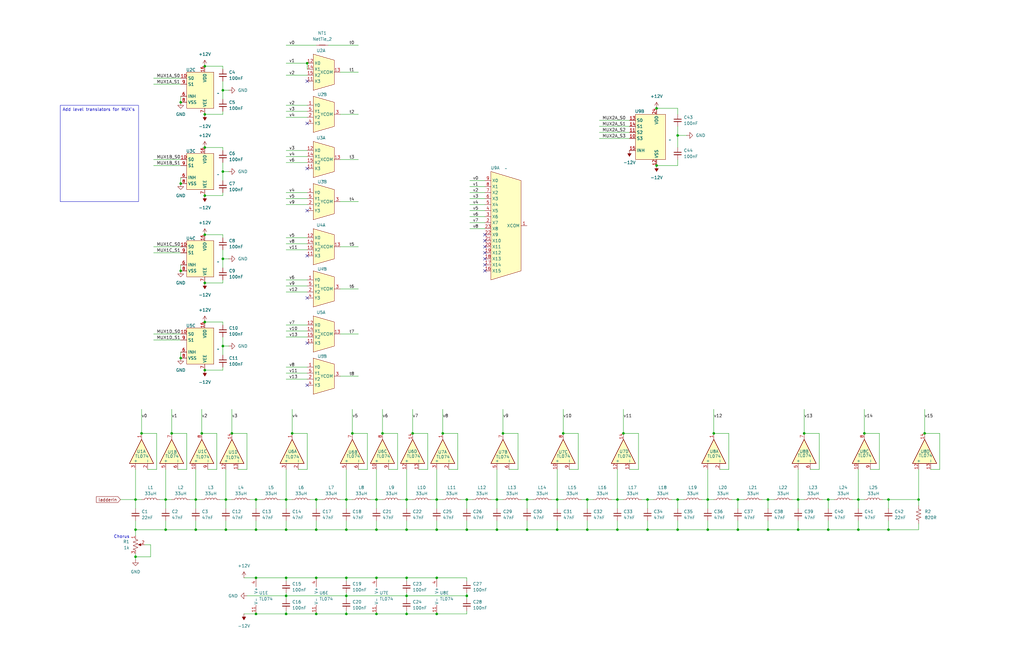
<source format=kicad_sch>
(kicad_sch (version 20231120) (generator "eeschema") (generator_version "8.0")
  (paper "USLedger")
  (junction (at 349.25 223.52))
  (junction (at 97.79 182.88))
  (junction (at 146.05 259.08))
  (junction (at 285.75 223.52))
  (junction (at 374.65 210.82))
  (junction (at 171.45 251.46))
  (junction (at 171.45 259.08))
  (junction (at 361.95 223.52))
  (junction (at 57.15 210.82))
  (junction (at 69.85 223.52))
  (junction (at 107.95 223.52))
  (junction (at 93.98 109.22))
  (junction (at 323.85 210.82))
  (junction (at 86.36 82.55))
  (junction (at 133.35 223.52))
  (junction (at 273.05 223.52))
  (junction (at 161.29 182.88))
  (junction (at 285.75 57.15))
  (junction (at 300.99 182.88))
  (junction (at 196.85 223.52))
  (junction (at 85.09 182.88))
  (junction (at 276.86 69.85))
  (junction (at 146.05 243.84))
  (junction (at 146.05 210.82))
  (junction (at 298.45 210.82))
  (junction (at 82.55 223.52))
  (junction (at 276.86 45.72))
  (junction (at 260.35 223.52))
  (junction (at 273.05 210.82))
  (junction (at 129.54 26.67))
  (junction (at 82.55 210.82))
  (junction (at 323.85 223.52))
  (junction (at 123.19 182.88))
  (junction (at 57.15 223.52))
  (junction (at 374.65 223.52))
  (junction (at 120.65 223.52))
  (junction (at 339.09 182.88))
  (junction (at 158.75 223.52))
  (junction (at 173.99 182.88))
  (junction (at 387.35 210.82))
  (junction (at 76.2 77.47))
  (junction (at 133.35 243.84))
  (junction (at 184.15 223.52))
  (junction (at 389.89 182.88))
  (junction (at 107.95 259.08))
  (junction (at 57.15 234.95))
  (junction (at 260.35 210.82))
  (junction (at 209.55 223.52))
  (junction (at 234.95 223.52))
  (junction (at 234.95 210.82))
  (junction (at 349.25 210.82))
  (junction (at 86.36 135.89))
  (junction (at 171.45 223.52))
  (junction (at 86.36 119.38))
  (junction (at 146.05 251.46))
  (junction (at 120.65 251.46))
  (junction (at 196.85 210.82))
  (junction (at 222.25 210.82))
  (junction (at 311.15 223.52))
  (junction (at 311.15 210.82))
  (junction (at 285.75 210.82))
  (junction (at 186.69 182.88))
  (junction (at 133.35 210.82))
  (junction (at 120.65 210.82))
  (junction (at 76.2 151.13))
  (junction (at 107.95 243.84))
  (junction (at 247.65 210.82))
  (junction (at 158.75 259.08))
  (junction (at 120.65 259.08))
  (junction (at 86.36 156.21))
  (junction (at 184.15 259.08))
  (junction (at 262.89 182.88))
  (junction (at 86.36 62.23))
  (junction (at 72.39 182.88))
  (junction (at 364.49 182.88))
  (junction (at 69.85 210.82))
  (junction (at 222.25 223.52))
  (junction (at 148.59 182.88))
  (junction (at 93.98 38.1))
  (junction (at 361.95 210.82))
  (junction (at 212.09 182.88))
  (junction (at 146.05 223.52))
  (junction (at 237.49 182.88))
  (junction (at 76.2 43.18))
  (junction (at 209.55 210.82))
  (junction (at 196.85 251.46))
  (junction (at 93.98 146.05))
  (junction (at 86.36 27.94))
  (junction (at 184.15 243.84))
  (junction (at 107.95 210.82))
  (junction (at 336.55 210.82))
  (junction (at 86.36 48.26))
  (junction (at 336.55 223.52))
  (junction (at 247.65 223.52))
  (junction (at 298.45 223.52))
  (junction (at 171.45 243.84))
  (junction (at 158.75 210.82))
  (junction (at 158.75 243.84))
  (junction (at 95.25 223.52))
  (junction (at 76.2 114.3))
  (junction (at 133.35 259.08))
  (junction (at 95.25 210.82))
  (junction (at 171.45 210.82))
  (junction (at 120.65 243.84))
  (junction (at 184.15 210.82))
  (junction (at 93.98 72.39))
  (junction (at 59.69 182.88))
  (junction (at 86.36 99.06))
  (no_connect (at 129.54 34.29))
  (no_connect (at 204.47 106.68))
  (no_connect (at 204.47 99.06))
  (no_connect (at 129.54 125.73))
  (no_connect (at 129.54 52.07))
  (no_connect (at 129.54 144.78))
  (no_connect (at 129.54 71.12))
  (no_connect (at 204.47 101.6))
  (no_connect (at 204.47 111.76))
  (no_connect (at 204.47 104.14))
  (no_connect (at 129.54 162.56))
  (no_connect (at 204.47 109.22))
  (no_connect (at 129.54 107.95))
  (no_connect (at 204.47 114.3))
  (no_connect (at 129.54 88.9))
  (wire (pts (xy 247.65 210.82) (xy 247.65 214.63)))
  (wire (pts (xy 64.77 33.02) (xy 76.2 33.02)))
  (wire (pts (xy 247.65 223.52) (xy 234.95 223.52)))
  (wire (pts (xy 93.98 109.22) (xy 93.98 113.03)))
  (wire (pts (xy 120.65 223.52) (xy 107.95 223.52)))
  (wire (pts (xy 120.65 46.99) (xy 129.54 46.99)))
  (wire (pts (xy 285.75 69.85) (xy 285.75 67.31)))
  (wire (pts (xy 171.45 251.46) (xy 171.45 252.73)))
  (wire (pts (xy 158.75 259.08) (xy 171.45 259.08)))
  (wire (pts (xy 95.25 223.52) (xy 82.55 223.52)))
  (wire (pts (xy 158.75 243.84) (xy 171.45 243.84)))
  (wire (pts (xy 60.96 229.87) (xy 63.5 229.87)))
  (wire (pts (xy 69.85 223.52) (xy 57.15 223.52)))
  (wire (pts (xy 93.98 46.99) (xy 93.98 48.26)))
  (wire (pts (xy 186.69 172.72) (xy 186.69 182.88)))
  (wire (pts (xy 171.45 198.12) (xy 171.45 210.82)))
  (wire (pts (xy 222.25 223.52) (xy 209.55 223.52)))
  (wire (pts (xy 95.25 219.71) (xy 95.25 223.52)))
  (wire (pts (xy 374.65 219.71) (xy 374.65 223.52)))
  (wire (pts (xy 80.01 210.82) (xy 82.55 210.82)))
  (wire (pts (xy 82.55 219.71) (xy 82.55 223.52)))
  (wire (pts (xy 387.35 210.82) (xy 387.35 213.36)))
  (wire (pts (xy 95.25 198.12) (xy 95.25 210.82)))
  (wire (pts (xy 93.98 118.11) (xy 93.98 119.38)))
  (wire (pts (xy 273.05 223.52) (xy 260.35 223.52)))
  (wire (pts (xy 120.65 210.82) (xy 123.19 210.82)))
  (wire (pts (xy 218.44 198.12) (xy 218.44 182.88)))
  (wire (pts (xy 64.77 143.51) (xy 76.2 143.51)))
  (wire (pts (xy 158.75 210.82) (xy 158.75 214.63)))
  (wire (pts (xy 129.54 198.12) (xy 129.54 182.88)))
  (wire (pts (xy 120.65 198.12) (xy 120.65 210.82)))
  (wire (pts (xy 176.53 198.12) (xy 180.34 198.12)))
  (wire (pts (xy 120.65 105.41) (xy 129.54 105.41)))
  (wire (pts (xy 198.12 88.9) (xy 204.47 88.9)))
  (wire (pts (xy 311.15 210.82) (xy 311.15 214.63)))
  (wire (pts (xy 171.45 219.71) (xy 171.45 223.52)))
  (wire (pts (xy 252.73 55.88) (xy 265.43 55.88)))
  (wire (pts (xy 57.15 198.12) (xy 57.15 210.82)))
  (wire (pts (xy 171.45 250.19) (xy 171.45 251.46)))
  (wire (pts (xy 133.35 243.84) (xy 146.05 243.84)))
  (wire (pts (xy 336.55 223.52) (xy 323.85 223.52)))
  (wire (pts (xy 69.85 198.12) (xy 69.85 210.82)))
  (wire (pts (xy 93.98 29.21) (xy 93.98 27.94)))
  (wire (pts (xy 396.24 182.88) (xy 389.89 182.88)))
  (wire (pts (xy 146.05 223.52) (xy 133.35 223.52)))
  (wire (pts (xy 133.35 219.71) (xy 133.35 223.52)))
  (wire (pts (xy 107.95 243.84) (xy 120.65 243.84)))
  (wire (pts (xy 146.05 243.84) (xy 158.75 243.84)))
  (wire (pts (xy 260.35 210.82) (xy 262.89 210.82)))
  (wire (pts (xy 189.23 198.12) (xy 193.04 198.12)))
  (wire (pts (xy 184.15 210.82) (xy 184.15 214.63)))
  (wire (pts (xy 180.34 182.88) (xy 173.99 182.88)))
  (wire (pts (xy 167.64 198.12) (xy 167.64 182.88)))
  (wire (pts (xy 120.65 139.7) (xy 129.54 139.7)))
  (wire (pts (xy 171.45 243.84) (xy 171.45 245.11)))
  (wire (pts (xy 93.98 146.05) (xy 93.98 149.86)))
  (wire (pts (xy 93.98 142.24) (xy 93.98 146.05)))
  (wire (pts (xy 156.21 210.82) (xy 158.75 210.82)))
  (wire (pts (xy 104.14 198.12) (xy 104.14 182.88)))
  (wire (pts (xy 339.09 182.88) (xy 345.44 182.88)))
  (wire (pts (xy 72.39 172.72) (xy 72.39 182.88)))
  (wire (pts (xy 67.31 210.82) (xy 69.85 210.82)))
  (wire (pts (xy 120.65 66.04) (xy 129.54 66.04)))
  (wire (pts (xy 86.36 62.23) (xy 93.98 62.23)))
  (wire (pts (xy 86.36 48.26) (xy 93.98 48.26)))
  (wire (pts (xy 262.89 172.72) (xy 262.89 182.88)))
  (wire (pts (xy 171.45 259.08) (xy 184.15 259.08)))
  (wire (pts (xy 78.74 198.12) (xy 78.74 182.88)))
  (wire (pts (xy 120.65 31.75) (xy 129.54 31.75)))
  (wire (pts (xy 222.25 210.82) (xy 222.25 214.63)))
  (wire (pts (xy 198.12 76.2) (xy 204.47 76.2)))
  (wire (pts (xy 323.85 210.82) (xy 323.85 214.63)))
  (wire (pts (xy 120.65 154.94) (xy 129.54 154.94)))
  (wire (pts (xy 93.98 109.22) (xy 96.52 109.22)))
  (wire (pts (xy 120.65 68.58) (xy 129.54 68.58)))
  (wire (pts (xy 240.03 198.12) (xy 243.84 198.12)))
  (wire (pts (xy 181.61 210.82) (xy 184.15 210.82)))
  (wire (pts (xy 234.95 223.52) (xy 222.25 223.52)))
  (wire (pts (xy 361.95 210.82) (xy 361.95 214.63)))
  (wire (pts (xy 146.05 198.12) (xy 146.05 210.82)))
  (wire (pts (xy 370.84 182.88) (xy 364.49 182.88)))
  (wire (pts (xy 209.55 210.82) (xy 209.55 214.63)))
  (wire (pts (xy 321.31 210.82) (xy 323.85 210.82)))
  (wire (pts (xy 269.24 182.88) (xy 262.89 182.88)))
  (wire (pts (xy 198.12 81.28) (xy 204.47 81.28)))
  (wire (pts (xy 163.83 198.12) (xy 167.64 198.12)))
  (wire (pts (xy 91.44 182.88) (xy 85.09 182.88)))
  (wire (pts (xy 120.65 123.19) (xy 129.54 123.19)))
  (wire (pts (xy 86.36 135.89) (xy 93.98 135.89)))
  (wire (pts (xy 57.15 234.95) (xy 57.15 236.22)))
  (wire (pts (xy 97.79 172.72) (xy 97.79 182.88)))
  (wire (pts (xy 374.65 223.52) (xy 361.95 223.52)))
  (wire (pts (xy 146.05 219.71) (xy 146.05 223.52)))
  (wire (pts (xy 171.45 223.52) (xy 158.75 223.52)))
  (wire (pts (xy 361.95 219.71) (xy 361.95 223.52)))
  (wire (pts (xy 336.55 219.71) (xy 336.55 223.52)))
  (wire (pts (xy 307.34 182.88) (xy 300.99 182.88)))
  (wire (pts (xy 370.84 198.12) (xy 370.84 182.88)))
  (wire (pts (xy 93.98 63.5) (xy 93.98 62.23)))
  (wire (pts (xy 260.35 219.71) (xy 260.35 223.52)))
  (wire (pts (xy 396.24 198.12) (xy 396.24 182.88)))
  (wire (pts (xy 123.19 172.72) (xy 123.19 182.88)))
  (wire (pts (xy 120.65 100.33) (xy 129.54 100.33)))
  (wire (pts (xy 308.61 210.82) (xy 311.15 210.82)))
  (wire (pts (xy 107.95 223.52) (xy 95.25 223.52)))
  (wire (pts (xy 387.35 223.52) (xy 374.65 223.52)))
  (wire (pts (xy 120.65 257.81) (xy 120.65 259.08)))
  (wire (pts (xy 146.05 251.46) (xy 146.05 252.73)))
  (wire (pts (xy 93.98 154.94) (xy 93.98 156.21)))
  (wire (pts (xy 295.91 210.82) (xy 298.45 210.82)))
  (wire (pts (xy 367.03 198.12) (xy 370.84 198.12)))
  (wire (pts (xy 64.77 104.14) (xy 76.2 104.14)))
  (wire (pts (xy 120.65 250.19) (xy 120.65 251.46)))
  (wire (pts (xy 138.43 19.05) (xy 151.13 19.05)))
  (wire (pts (xy 120.65 86.36) (xy 129.54 86.36)))
  (wire (pts (xy 247.65 219.71) (xy 247.65 223.52)))
  (wire (pts (xy 387.35 198.12) (xy 387.35 210.82)))
  (wire (pts (xy 104.14 251.46) (xy 120.65 251.46)))
  (wire (pts (xy 82.55 223.52) (xy 69.85 223.52)))
  (wire (pts (xy 107.95 210.82) (xy 110.49 210.82)))
  (wire (pts (xy 69.85 210.82) (xy 72.39 210.82)))
  (wire (pts (xy 374.65 210.82) (xy 374.65 214.63)))
  (wire (pts (xy 273.05 210.82) (xy 273.05 214.63)))
  (wire (pts (xy 252.73 50.8) (xy 265.43 50.8)))
  (wire (pts (xy 102.87 259.08) (xy 107.95 259.08)))
  (wire (pts (xy 123.19 182.88) (xy 129.54 182.88)))
  (wire (pts (xy 171.45 257.81) (xy 171.45 259.08)))
  (wire (pts (xy 171.45 251.46) (xy 196.85 251.46)))
  (wire (pts (xy 184.15 259.08) (xy 196.85 259.08)))
  (wire (pts (xy 336.55 210.82) (xy 339.09 210.82)))
  (wire (pts (xy 300.99 172.72) (xy 300.99 182.88)))
  (wire (pts (xy 387.35 220.98) (xy 387.35 223.52)))
  (wire (pts (xy 234.95 219.71) (xy 234.95 223.52)))
  (wire (pts (xy 120.65 63.5) (xy 129.54 63.5)))
  (wire (pts (xy 120.65 81.28) (xy 129.54 81.28)))
  (wire (pts (xy 64.77 106.68) (xy 76.2 106.68)))
  (wire (pts (xy 364.49 172.72) (xy 364.49 182.88)))
  (wire (pts (xy 120.65 49.53) (xy 129.54 49.53)))
  (wire (pts (xy 196.85 210.82) (xy 196.85 214.63)))
  (wire (pts (xy 93.98 38.1) (xy 96.52 38.1)))
  (wire (pts (xy 120.65 160.02) (xy 129.54 160.02)))
  (wire (pts (xy 57.15 233.68) (xy 57.15 234.95)))
  (wire (pts (xy 120.65 210.82) (xy 120.65 214.63)))
  (wire (pts (xy 285.75 57.15) (xy 285.75 62.23)))
  (wire (pts (xy 107.95 210.82) (xy 107.95 214.63)))
  (wire (pts (xy 143.51 48.26) (xy 151.13 48.26)))
  (wire (pts (xy 260.35 198.12) (xy 260.35 210.82)))
  (wire (pts (xy 93.98 100.33) (xy 93.98 99.06)))
  (wire (pts (xy 50.8 210.82) (xy 57.15 210.82)))
  (wire (pts (xy 62.23 198.12) (xy 66.04 198.12)))
  (wire (pts (xy 184.15 219.71) (xy 184.15 223.52)))
  (wire (pts (xy 298.45 210.82) (xy 300.99 210.82)))
  (wire (pts (xy 311.15 210.82) (xy 313.69 210.82)))
  (wire (pts (xy 184.15 198.12) (xy 184.15 210.82)))
  (wire (pts (xy 349.25 210.82) (xy 349.25 214.63)))
  (wire (pts (xy 285.75 210.82) (xy 285.75 214.63)))
  (wire (pts (xy 198.12 83.82) (xy 204.47 83.82)))
  (wire (pts (xy 120.65 219.71) (xy 120.65 223.52)))
  (wire (pts (xy 66.04 182.88) (xy 59.69 182.88)))
  (wire (pts (xy 212.09 172.72) (xy 212.09 182.88)))
  (wire (pts (xy 336.55 198.12) (xy 336.55 210.82)))
  (wire (pts (xy 307.34 198.12) (xy 307.34 182.88)))
  (wire (pts (xy 120.65 251.46) (xy 146.05 251.46)))
  (wire (pts (xy 171.45 243.84) (xy 184.15 243.84)))
  (wire (pts (xy 57.15 210.82) (xy 57.15 214.63)))
  (wire (pts (xy 285.75 53.34) (xy 285.75 57.15)))
  (wire (pts (xy 120.65 44.45) (xy 129.54 44.45)))
  (wire (pts (xy 234.95 210.82) (xy 237.49 210.82)))
  (wire (pts (xy 93.98 81.28) (xy 93.98 82.55)))
  (wire (pts (xy 120.65 137.16) (xy 129.54 137.16)))
  (wire (pts (xy 78.74 182.88) (xy 72.39 182.88)))
  (wire (pts (xy 120.65 118.11) (xy 129.54 118.11)))
  (wire (pts (xy 247.65 210.82) (xy 250.19 210.82)))
  (wire (pts (xy 93.98 34.29) (xy 93.98 38.1)))
  (wire (pts (xy 143.51 85.09) (xy 151.13 85.09)))
  (wire (pts (xy 323.85 219.71) (xy 323.85 223.52)))
  (wire (pts (xy 198.12 78.74) (xy 204.47 78.74)))
  (wire (pts (xy 207.01 210.82) (xy 209.55 210.82)))
  (wire (pts (xy 120.65 243.84) (xy 120.65 245.11)))
  (wire (pts (xy 133.35 210.82) (xy 133.35 214.63)))
  (wire (pts (xy 129.54 26.67) (xy 129.54 29.21)))
  (wire (pts (xy 93.98 146.05) (xy 96.52 146.05)))
  (wire (pts (xy 209.55 210.82) (xy 212.09 210.82)))
  (wire (pts (xy 143.51 104.14) (xy 151.13 104.14)))
  (wire (pts (xy 93.98 72.39) (xy 96.52 72.39)))
  (wire (pts (xy 76.2 74.93) (xy 76.2 77.47)))
  (wire (pts (xy 171.45 210.82) (xy 173.99 210.82)))
  (wire (pts (xy 93.98 137.16) (xy 93.98 135.89)))
  (wire (pts (xy 196.85 250.19) (xy 196.85 251.46)))
  (wire (pts (xy 59.69 172.72) (xy 59.69 182.88)))
  (wire (pts (xy 269.24 198.12) (xy 269.24 182.88)))
  (wire (pts (xy 214.63 198.12) (xy 218.44 198.12)))
  (wire (pts (xy 196.85 219.71) (xy 196.85 223.52)))
  (wire (pts (xy 323.85 210.82) (xy 326.39 210.82)))
  (wire (pts (xy 143.51 158.75) (xy 151.13 158.75)))
  (wire (pts (xy 95.25 210.82) (xy 97.79 210.82)))
  (wire (pts (xy 146.05 250.19) (xy 146.05 251.46)))
  (wire (pts (xy 252.73 53.34) (xy 265.43 53.34)))
  (wire (pts (xy 100.33 198.12) (xy 104.14 198.12)))
  (wire (pts (xy 361.95 210.82) (xy 364.49 210.82)))
  (wire (pts (xy 209.55 219.71) (xy 209.55 223.52)))
  (wire (pts (xy 167.64 182.88) (xy 161.29 182.88)))
  (wire (pts (xy 104.14 182.88) (xy 97.79 182.88)))
  (wire (pts (xy 82.55 198.12) (xy 82.55 210.82)))
  (wire (pts (xy 260.35 223.52) (xy 247.65 223.52)))
  (wire (pts (xy 158.75 219.71) (xy 158.75 223.52)))
  (wire (pts (xy 120.65 26.67) (xy 129.54 26.67)))
  (wire (pts (xy 105.41 210.82) (xy 107.95 210.82)))
  (wire (pts (xy 120.65 243.84) (xy 133.35 243.84)))
  (wire (pts (xy 194.31 210.82) (xy 196.85 210.82)))
  (wire (pts (xy 349.25 219.71) (xy 349.25 223.52)))
  (wire (pts (xy 184.15 223.52) (xy 171.45 223.52)))
  (wire (pts (xy 345.44 198.12) (xy 345.44 182.88)))
  (wire (pts (xy 86.36 119.38) (xy 93.98 119.38)))
  (wire (pts (xy 193.04 182.88) (xy 186.69 182.88)))
  (wire (pts (xy 158.75 198.12) (xy 158.75 210.82)))
  (wire (pts (xy 303.53 198.12) (xy 307.34 198.12)))
  (wire (pts (xy 196.85 257.81) (xy 196.85 259.08)))
  (wire (pts (xy 158.75 210.82) (xy 161.29 210.82)))
  (wire (pts (xy 341.63 198.12) (xy 345.44 198.12)))
  (wire (pts (xy 252.73 58.42) (xy 265.43 58.42)))
  (wire (pts (xy 389.89 172.72) (xy 389.89 182.88)))
  (wire (pts (xy 120.65 142.24) (xy 129.54 142.24)))
  (wire (pts (xy 133.35 259.08) (xy 146.05 259.08)))
  (wire (pts (xy 82.55 210.82) (xy 85.09 210.82)))
  (wire (pts (xy 209.55 223.52) (xy 196.85 223.52)))
  (wire (pts (xy 273.05 219.71) (xy 273.05 223.52)))
  (wire (pts (xy 120.65 83.82) (xy 129.54 83.82)))
  (wire (pts (xy 76.2 111.76) (xy 76.2 114.3)))
  (wire (pts (xy 125.73 198.12) (xy 129.54 198.12)))
  (wire (pts (xy 120.65 157.48) (xy 129.54 157.48)))
  (wire (pts (xy 154.94 182.88) (xy 148.59 182.88)))
  (wire (pts (xy 161.29 172.72) (xy 161.29 182.88)))
  (wire (pts (xy 372.11 210.82) (xy 374.65 210.82)))
  (wire (pts (xy 196.85 223.52) (xy 184.15 223.52)))
  (wire (pts (xy 193.04 198.12) (xy 193.04 182.88)))
  (wire (pts (xy 349.25 210.82) (xy 351.79 210.82)))
  (wire (pts (xy 146.05 210.82) (xy 146.05 214.63)))
  (wire (pts (xy 171.45 210.82) (xy 171.45 214.63)))
  (wire (pts (xy 234.95 198.12) (xy 234.95 210.82)))
  (wire (pts (xy 146.05 257.81) (xy 146.05 259.08)))
  (wire (pts (xy 237.49 172.72) (xy 237.49 182.88)))
  (wire (pts (xy 196.85 243.84) (xy 184.15 243.84)))
  (wire (pts (xy 120.65 120.65) (xy 129.54 120.65)))
  (wire (pts (xy 158.75 223.52) (xy 146.05 223.52)))
  (wire (pts (xy 311.15 219.71) (xy 311.15 223.52)))
  (wire (pts (xy 82.55 210.82) (xy 82.55 214.63)))
  (wire (pts (xy 392.43 198.12) (xy 396.24 198.12)))
  (wire (pts (xy 118.11 210.82) (xy 120.65 210.82)))
  (wire (pts (xy 64.77 35.56) (xy 76.2 35.56)))
  (wire (pts (xy 64.77 140.97) (xy 76.2 140.97)))
  (wire (pts (xy 232.41 210.82) (xy 234.95 210.82)))
  (wire (pts (xy 95.25 210.82) (xy 95.25 214.63)))
  (wire (pts (xy 92.71 210.82) (xy 95.25 210.82)))
  (wire (pts (xy 265.43 198.12) (xy 269.24 198.12)))
  (wire (pts (xy 298.45 219.71) (xy 298.45 223.52)))
  (wire (pts (xy 276.86 69.85) (xy 285.75 69.85)))
  (wire (pts (xy 93.98 72.39) (xy 93.98 76.2)))
  (wire (pts (xy 143.51 67.31) (xy 151.13 67.31)))
  (wire (pts (xy 91.44 198.12) (xy 91.44 182.88)))
  (wire (pts (xy 257.81 210.82) (xy 260.35 210.82)))
  (wire (pts (xy 151.13 198.12) (xy 154.94 198.12)))
  (wire (pts (xy 260.35 210.82) (xy 260.35 214.63)))
  (wire (pts (xy 339.09 172.72) (xy 339.09 182.88)))
  (wire (pts (xy 120.65 259.08) (xy 133.35 259.08)))
  (wire (pts (xy 133.35 223.52) (xy 120.65 223.52)))
  (wire (pts (xy 359.41 210.82) (xy 361.95 210.82)))
  (wire (pts (xy 218.44 182.88) (xy 212.09 182.88)))
  (wire (pts (xy 76.2 40.64) (xy 76.2 43.18)))
  (wire (pts (xy 273.05 210.82) (xy 275.59 210.82)))
  (wire (pts (xy 243.84 182.88) (xy 237.49 182.88)))
  (wire (pts (xy 69.85 210.82) (xy 69.85 214.63)))
  (wire (pts (xy 86.36 27.94) (xy 93.98 27.94)))
  (wire (pts (xy 374.65 210.82) (xy 387.35 210.82)))
  (wire (pts (xy 74.93 198.12) (xy 78.74 198.12)))
  (wire (pts (xy 69.85 219.71) (xy 69.85 223.52)))
  (wire (pts (xy 143.51 121.92) (xy 151.13 121.92)))
  (wire (pts (xy 336.55 210.82) (xy 336.55 214.63)))
  (wire (pts (xy 102.87 243.84) (xy 107.95 243.84)))
  (wire (pts (xy 143.51 140.97) (xy 151.13 140.97)))
  (wire (pts (xy 64.77 67.31) (xy 76.2 67.31)))
  (wire (pts (xy 222.25 219.71) (xy 222.25 223.52)))
  (wire (pts (xy 120.65 102.87) (xy 129.54 102.87)))
  (wire (pts (xy 323.85 223.52) (xy 311.15 223.52)))
  (wire (pts (xy 76.2 148.59) (xy 76.2 151.13)))
  (wire (pts (xy 57.15 223.52) (xy 57.15 226.06)))
  (wire (pts (xy 120.65 19.05) (xy 133.35 19.05)))
  (wire (pts (xy 146.05 243.84) (xy 146.05 245.11)))
  (wire (pts (xy 298.45 223.52) (xy 285.75 223.52)))
  (wire (pts (xy 107.95 259.08) (xy 120.65 259.08)))
  (wire (pts (xy 198.12 96.52) (xy 204.47 96.52)))
  (wire (pts (xy 59.69 210.82) (xy 57.15 210.82)))
  (wire (pts (xy 196.85 245.11) (xy 196.85 243.84)))
  (wire (pts (xy 285.75 48.26) (xy 285.75 45.72)))
  (wire (pts (xy 298.45 198.12) (xy 298.45 210.82)))
  (wire (pts (xy 85.09 172.72) (xy 85.09 182.88)))
  (wire (pts (xy 184.15 210.82) (xy 186.69 210.82)))
  (wire (pts (xy 209.55 198.12) (xy 209.55 210.82)))
  (wire (pts (xy 64.77 69.85) (xy 76.2 69.85)))
  (wire (pts (xy 276.86 45.72) (xy 285.75 45.72)))
  (wire (pts (xy 196.85 210.82) (xy 199.39 210.82)))
  (wire (pts (xy 285.75 210.82) (xy 288.29 210.82)))
  (wire (pts (xy 143.51 30.48) (xy 151.13 30.48)))
  (wire (pts (xy 196.85 251.46) (xy 196.85 252.73)))
  (wire (pts (xy 346.71 210.82) (xy 349.25 210.82)))
  (wire (pts (xy 93.98 38.1) (xy 93.98 41.91)))
  (wire (pts (xy 63.5 229.87) (xy 63.5 234.95)))
  (wire (pts (xy 285.75 57.15) (xy 289.56 57.15)))
  (wire (pts (xy 93.98 68.58) (xy 93.98 72.39)))
  (wire (pts (xy 148.59 172.72) (xy 148.59 182.88)))
  (wire (pts (xy 146.05 251.46) (xy 171.45 251.46)))
  (wire (pts (xy 93.98 105.41) (xy 93.98 109.22)))
  (wire (pts (xy 86.36 82.55) (xy 93.98 82.55)))
  (wire (pts (xy 120.65 251.46) (xy 120.65 252.73)))
  (wire (pts (xy 146.05 210.82) (xy 148.59 210.82)))
  (wire (pts (xy 222.25 210.82) (xy 224.79 210.82)))
  (wire (pts (xy 349.25 223.52) (xy 336.55 223.52)))
  (wire (pts (xy 285.75 219.71) (xy 285.75 223.52)))
  (wire (pts (xy 57.15 223.52) (xy 57.15 219.71)))
  (wire (pts (xy 198.12 93.98) (xy 204.47 93.98)))
  (wire (pts (xy 198.12 91.44) (xy 204.47 91.44)))
  (wire (pts (xy 219.71 210.82) (xy 222.25 210.82)))
  (wire (pts (xy 198.12 86.36) (xy 204.47 86.36)))
  (wire (pts (xy 168.91 210.82) (xy 171.45 210.82)))
  (wire (pts (xy 133.35 210.82) (xy 135.89 210.82)))
  (wire (pts (xy 130.81 210.82) (xy 133.35 210.82)))
  (wire (pts (xy 283.21 210.82) (xy 285.75 210.82)))
  (wire (pts (xy 86.36 156.21) (xy 93.98 156.21)))
  (wire (pts (xy 285.75 223.52) (xy 273.05 223.52)))
  (wire (pts (xy 63.5 234.95) (xy 57.15 234.95)))
  (wire (pts (xy 245.11 210.82) (xy 247.65 210.82)))
  (wire (pts (xy 107.95 219.71) (xy 107.95 223.52)))
  (wire (pts (xy 143.51 210.82) (xy 146.05 210.82)))
  (wire (pts (xy 146.05 259.08) (xy 158.75 259.08)))
  (wire (pts (xy 173.99 172.72) (xy 173.99 182.88)))
  (wire (pts (xy 361.95 198.12) (xy 361.95 210.82)))
  (wire (pts (xy 361.95 223.52) (xy 349.25 223.52)))
  (wire (pts (xy 154.94 198.12) (xy 154.94 182.88)))
  (wire (pts (xy 234.95 210.82) (xy 234.95 214.63)))
  (wire (pts (xy 270.51 210.82) (xy 273.05 210.82)))
  (wire (pts (xy 87.63 198.12) (xy 91.44 198.12)))
  (wire (pts (xy 66.04 198.12) (xy 66.04 182.88)))
  (wire (pts (xy 334.01 210.82) (xy 336.55 210.82)))
  (wire (pts (xy 180.34 198.12) (xy 180.34 182.88)))
  (wire (pts (xy 243.84 198.12) (xy 243.84 182.88)))
  (wire (pts (xy 298.45 210.82) (xy 298.45 214.63)))
  (wire (pts (xy 86.36 99.06) (xy 93.98 99.06)))
  (wire (pts (xy 311.15 223.52) (xy 298.45 223.52)))
  (text_box "Add level translators for MUX's" (at 25.4 44.45 0) (size 33.02 40.64) (effects (font (size 1.27 1.27)) (justify left top)))
  (text "Chorus" (at 51.308 226.568 0) (effects (font (size 1.27 1.27))))
  (label "v0" (at 199.39 76.2 0))
  (label "MUX1B_S1" (at 66.04 69.85 0))
  (label "v4" (at 123.19 176.53 0))
  (label "v13" (at 121.92 142.24 0))
  (label "MUX1B_S0" (at 66.04 67.31 0))
  (label "t7" (at 147.32 140.97 0))
  (label "MUX1D_S1" (at 66.04 143.51 0))
  (label "v6" (at 121.92 68.58 0))
  (label "v0" (at 121.92 19.05 0))
  (label "MUX1A_S1" (at 66.04 35.56 0))
  (label "MUX2A_S3" (at 254 58.42 0))
  (label "v11" (at 121.92 105.41 0))
  (label "v9" (at 212.09 176.53 0))
  (label "t4" (at 147.32 85.09 0))
  (label "MUX1C_S0" (at 66.04 104.14 0))
  (label "v4" (at 121.92 81.28 0))
  (label "v5" (at 148.59 176.53 0))
  (label "MUX2A_S1" (at 254 53.34 0))
  (label "v6" (at 199.39 91.44 0))
  (label "v9" (at 121.92 120.65 0))
  (label "v2" (at 121.92 44.45 0))
  (label "v1" (at 199.39 78.74 0))
  (label "v7" (at 199.39 93.98 0))
  (label "v2" (at 121.92 31.75 0))
  (label "v3" (at 121.92 46.99 0))
  (label "t5" (at 147.32 104.14 0))
  (label "v3" (at 97.79 176.53 0))
  (label "v8" (at 186.69 176.53 0))
  (label "v10" (at 237.49 176.53 0))
  (label "v4" (at 199.39 86.36 0))
  (label "v8" (at 121.92 154.94 0))
  (label "v11" (at 262.89 176.53 0))
  (label "v1" (at 121.92 26.67 0))
  (label "v7" (at 121.92 137.16 0))
  (label "MUX1D_S0" (at 66.04 140.97 0))
  (label "v6" (at 121.92 118.11 0))
  (label "v4" (at 121.92 49.53 0))
  (label "v5" (at 121.92 100.33 0))
  (label "v3" (at 121.92 63.5 0))
  (label "v8" (at 199.39 96.52 0))
  (label "MUX2A_S2" (at 254 55.88 0))
  (label "v10" (at 121.92 139.7 0))
  (label "v9" (at 121.92 86.36 0))
  (label "v8" (at 121.92 102.87 0))
  (label "v15" (at 389.89 176.53 0))
  (label "MUX1C_S1" (at 66.04 106.68 0))
  (label "t2" (at 147.32 48.26 0))
  (label "v13" (at 121.92 160.02 0))
  (label "t8" (at 147.32 158.75 0))
  (label "v4" (at 121.92 66.04 0))
  (label "v5" (at 199.39 88.9 0))
  (label "v14" (at 364.49 176.53 0))
  (label "v0" (at 59.69 176.53 0))
  (label "t3" (at 147.32 67.31 0))
  (label "v12" (at 121.92 123.19 0))
  (label "v6" (at 161.29 176.53 0))
  (label "v12" (at 300.99 176.53 0))
  (label "t1" (at 147.32 30.48 0))
  (label "MUX1A_S0" (at 66.04 33.02 0))
  (label "v7" (at 173.99 176.53 0))
  (label "v3" (at 199.39 83.82 0))
  (label "v1" (at 72.39 176.53 0))
  (label "t0" (at 147.32 19.05 0))
  (label "v2" (at 85.09 176.53 0))
  (label "v2" (at 199.39 81.28 0))
  (label "v11" (at 121.92 157.48 0))
  (label "v13" (at 339.09 176.53 0))
  (label "v5" (at 121.92 83.82 0))
  (label "t6" (at 147.32 121.92 0))
  (label "MUX2A_S0" (at 254 50.8 0))
  (global_label "ladderIn" (shape input) (at 50.8 210.82 180) (property "Intersheetrefs" "${INTERSHEET_REFS}" (effects (hide yes))))
  (symbol (lib_id "Device:C_Small") (at 273.05 217.17 0) (unit 1)
    (property "Reference" "C34" (at 275.59 215.9062 0) (effects (justify left)))
    (property "Value" "47nF" (at 275.59 218.4462 0) (effects (justify left)))
    (property "Description" "Unpolarized capacitor, small symbol" (effects (hide yes)))
  )
  (symbol (lib_id "Device:C_Small") (at 120.65 255.27 0) (unit 1)
    (property "Reference" "C16" (at 123.19 254.0062 0) (effects (justify left)))
    (property "Value" "100nF" (at 123.19 256.5462 0) (effects (justify left)))
    (property "Description" "Unpolarized capacitor, small symbol" (effects (hide yes)))
  )
  (symbol (lib_id "Amplifier_Operational:TL074") (at 212.09 190.5 90) (unit 2)
    (property "Reference" "U7" (at 210.058 190.754 90) (effects (justify right)))
    (property "Value" "TL074" (at 209.042 192.786 90) (effects (justify right)))
    (property "Datasheet" "http://www.ti.com/lit/ds/symlink/tl071.pdf" (effects (hide yes)))
    (property "Description" "Quad Low-Noise JFET-Input Operational Amplifiers, DIP-14/SOIC-14" (effects (hide yes)))
  )
  (symbol (lib_id "OspreyIntruments:CD4052") (at 132.08 85.09 0) (unit 2)
    (property "Reference" "U3" (at 135.89 76.708 0))
    (property "Value" "~" (at 136.525 76.2 0))
  )
  (symbol (lib_id "Device:C_Small") (at 184.15 217.17 0) (unit 1)
    (property "Reference" "C25" (at 186.69 215.9062 0) (effects (justify left)))
    (property "Value" "47nF" (at 186.69 218.4462 0) (effects (justify left)))
    (property "Description" "Unpolarized capacitor, small symbol" (effects (hide yes)))
  )
  (symbol (lib_id "power:-12V") (at 102.87 259.08 180) (unit 1)
    (property "Reference" "#PWR019" (effects (hide yes)))
    (property "Value" "-12V" (at 102.87 264.16 0))
    (property "Description" "Power symbol creates a global label with name \"-12V\"" (effects (hide yes)))
  )
  (symbol (lib_id "power:-12V") (at 276.86 69.85 180) (unit 1)
    (property "Reference" "#PWR022" (effects (hide yes)))
    (property "Value" "-12V" (at 276.86 74.93 0))
    (property "Description" "Power symbol creates a global label with name \"-12V\"" (effects (hide yes)))
  )
  (symbol (lib_id "OspreyIntruments:CD4052") (at 78.74 38.1 0) (unit 3)
    (property "Reference" "U2" (at 78.486 29.464 0) (effects (justify left)))
    (property "Value" "~" (at 91.44 39.37 0) (effects (justify left)))
  )
  (symbol (lib_id "Device:C_Small") (at 146.05 247.65 0) (unit 1)
    (property "Reference" "C19" (at 148.59 246.3862 0) (effects (justify left)))
    (property "Value" "100nF" (at 148.59 248.9262 0) (effects (justify left)))
    (property "Description" "Unpolarized capacitor, small symbol" (effects (hide yes)))
  )
  (symbol (lib_id "Amplifier_Operational:TL074") (at 186.69 190.5 90) (unit 1)
    (property "Reference" "U7" (at 184.658 190.754 90) (effects (justify right)))
    (property "Value" "TL074" (at 183.896 192.786 90) (effects (justify right)))
    (property "Datasheet" "http://www.ti.com/lit/ds/symlink/tl071.pdf" (effects (hide yes)))
    (property "Description" "Quad Low-Noise JFET-Input Operational Amplifiers, DIP-14/SOIC-14" (effects (hide yes)))
  )
  (symbol (lib_id "OspreyIntruments:CD4052") (at 132.08 30.48 0) (unit 1)
    (property "Reference" "U2" (at 135.382 21.336 0))
    (property "Value" "~" (at 136.525 21.59 0))
  )
  (symbol (lib_id "power:+12V") (at 86.36 135.89 0) (unit 1)
    (property "Reference" "#PWR012" (effects (hide yes)))
    (property "Value" "+12V" (at 86.36 130.81 0))
    (property "Description" "Power symbol creates a global label with name \"+12V\"" (effects (hide yes)))
  )
  (symbol (lib_id "Device:L") (at 342.9 210.82 90) (unit 1)
    (property "Reference" "L23" (at 342.9 205.74 90))
    (property "Value" "33uH" (at 342.9 208.28 90))
    (property "Description" "Inductor" (effects (hide yes)))
  )
  (symbol (lib_id "Device:L") (at 63.5 210.82 90) (unit 1)
    (property "Reference" "L1" (at 63.5 205.74 90))
    (property "Value" "33uH" (at 63.5 208.28 90))
    (property "Description" "Inductor" (effects (hide yes)))
  )
  (symbol (lib_id "Device:C_Small") (at 93.98 139.7 0) (unit 1)
    (property "Reference" "C10" (at 96.52 138.4362 0) (effects (justify left)))
    (property "Value" "100nF" (at 96.52 140.9762 0) (effects (justify left)))
    (property "Description" "Unpolarized capacitor, small symbol" (effects (hide yes)))
  )
  (symbol (lib_id "Amplifier_Operational:TL074") (at 186.69 251.46 0) (unit 5)
    (property "Reference" "U8" (at 185.42 250.1899 0) (effects (justify left)))
    (property "Value" "TL074" (at 185.42 252.7299 0) (effects (justify left)))
    (property "Datasheet" "http://www.ti.com/lit/ds/symlink/tl071.pdf" (effects (hide yes)))
    (property "Description" "Quad Low-Noise JFET-Input Operational Amplifiers, DIP-14/SOIC-14" (effects (hide yes)))
  )
  (symbol (lib_id "Device:C_Small") (at 171.45 247.65 0) (unit 1)
    (property "Reference" "C23" (at 173.99 246.3862 0) (effects (justify left)))
    (property "Value" "100nF" (at 173.99 248.9262 0) (effects (justify left)))
    (property "Description" "Unpolarized capacitor, small symbol" (effects (hide yes)))
  )
  (symbol (lib_id "Amplifier_Operational:TL074") (at 173.99 190.5 90) (unit 4)
    (property "Reference" "U6" (at 171.958 190.5 90) (effects (justify right)))
    (property "Value" "TL074" (at 171.45 192.532 90) (effects (justify right)))
    (property "Datasheet" "http://www.ti.com/lit/ds/symlink/tl071.pdf" (effects (hide yes)))
    (property "Description" "Quad Low-Noise JFET-Input Operational Amplifiers, DIP-14/SOIC-14" (effects (hide yes)))
  )
  (symbol (lib_id "Amplifier_Operational:TL074") (at 59.69 190.5 90) (unit 1)
    (property "Reference" "U1" (at 57.658 190.5 90) (effects (justify right)))
    (property "Value" "TL074" (at 56.896 192.532 90) (effects (justify right)))
    (property "Datasheet" "http://www.ti.com/lit/ds/symlink/tl071.pdf" (effects (hide yes)))
    (property "Description" "Quad Low-Noise JFET-Input Operational Amplifiers, DIP-14/SOIC-14" (effects (hide yes)))
  )
  (symbol (lib_id "Amplifier_Operational:TL074") (at 72.39 190.5 90) (unit 2)
    (property "Reference" "U1" (at 70.612 190.754 90) (effects (justify right)))
    (property "Value" "TL074" (at 69.596 192.532 90) (effects (justify right)))
    (property "Datasheet" "http://www.ti.com/lit/ds/symlink/tl071.pdf" (effects (hide yes)))
    (property "Description" "Quad Low-Noise JFET-Input Operational Amplifiers, DIP-14/SOIC-14" (effects (hide yes)))
  )
  (symbol (lib_id "OspreyIntruments:CD4052") (at 78.74 146.05 0) (unit 3)
    (property "Reference" "U5" (at 78.486 137.414 0) (effects (justify left)))
    (property "Value" "~" (at 91.44 147.32 0) (effects (justify left)))
  )
  (symbol (lib_id "Device:NetTie_2") (at 135.89 19.05 0) (unit 1) (in_bom no)
    (property "Reference" "NT1" (at 135.89 13.97 0))
    (property "Value" "NetTie_2" (at 135.89 16.51 0))
    (property "Description" "Net tie, 2 pins" (effects (hide yes)))
  )
  (symbol (lib_id "Device:C_Small") (at 285.75 50.8 0) (unit 1)
    (property "Reference" "C43" (at 288.29 49.5362 0) (effects (justify left)))
    (property "Value" "100nF" (at 288.29 52.0762 0) (effects (justify left)))
    (property "Description" "Unpolarized capacitor, small symbol" (effects (hide yes)))
  )
  (symbol (lib_id "Device:C_Small") (at 57.15 217.17 0) (unit 1)
    (property "Reference" "C1" (at 59.69 215.9062 0) (effects (justify left)))
    (property "Value" "22nF" (at 59.69 218.4462 0) (effects (justify left)))
    (property "Description" "Unpolarized capacitor, small symbol" (effects (hide yes)))
  )
  (symbol (lib_id "power:+12V") (at 86.36 27.94 0) (unit 1)
    (property "Reference" "#PWR06" (effects (hide yes)))
    (property "Value" "+12V" (at 86.36 22.86 0))
    (property "Description" "Power symbol creates a global label with name \"+12V\"" (effects (hide yes)))
  )
  (symbol (lib_id "Device:L") (at 139.7 210.82 90) (unit 1)
    (property "Reference" "L7" (at 139.7 205.74 90))
    (property "Value" "33uH" (at 139.7 208.28 90))
    (property "Description" "Inductor" (effects (hide yes)))
  )
  (symbol (lib_id "Device:L") (at 330.2 210.82 90) (unit 1)
    (property "Reference" "L22" (at 330.2 205.74 90))
    (property "Value" "33uH" (at 330.2 208.28 90))
    (property "Description" "Inductor" (effects (hide yes)))
  )
  (symbol (lib_id "Device:C_Small") (at 285.75 217.17 0) (unit 1)
    (property "Reference" "C35" (at 288.29 215.9062 0) (effects (justify left)))
    (property "Value" "47nF" (at 288.29 218.4462 0) (effects (justify left)))
    (property "Description" "Unpolarized capacitor, small symbol" (effects (hide yes)))
  )
  (symbol (lib_id "OspreyIntruments:CD4052") (at 132.08 140.97 0) (unit 1)
    (property "Reference" "U5" (at 135.382 131.826 0))
    (property "Value" "~" (at 136.525 132.08 0))
  )
  (symbol (lib_id "Device:C_Small") (at 158.75 217.17 0) (unit 1)
    (property "Reference" "C21" (at 161.29 215.9062 0) (effects (justify left)))
    (property "Value" "47nF" (at 161.29 218.4462 0) (effects (justify left)))
    (property "Description" "Unpolarized capacitor, small symbol" (effects (hide yes)))
  )
  (symbol (lib_id "Device:L") (at 114.3 210.82 90) (unit 1)
    (property "Reference" "L5" (at 114.3 205.74 90))
    (property "Value" "33uH" (at 114.3 208.28 90))
    (property "Description" "Inductor" (effects (hide yes)))
  )
  (symbol (lib_id "Device:L") (at 254 210.82 90) (unit 1)
    (property "Reference" "L16" (at 254 205.74 90))
    (property "Value" "33uH" (at 254 208.28 90))
    (property "Description" "Inductor" (effects (hide yes)))
  )
  (symbol (lib_id "Device:C_Small") (at 196.85 255.27 0) (unit 1)
    (property "Reference" "C28" (at 199.39 254.0062 0) (effects (justify left)))
    (property "Value" "100nF" (at 199.39 256.5462 0) (effects (justify left)))
    (property "Description" "Unpolarized capacitor, small symbol" (effects (hide yes)))
  )
  (symbol (lib_id "power:GND") (at 76.2 114.3 0) (unit 1)
    (property "Reference" "#PWR04" (effects (hide yes)))
    (property "Value" "GND" (at 76.2 119.38 0))
    (property "Description" "Power symbol creates a global label with name \"GND\" , ground" (effects (hide yes)))
  )
  (symbol (lib_id "power:+12V") (at 276.86 45.72 0) (unit 1)
    (property "Reference" "#PWR021" (effects (hide yes)))
    (property "Value" "+12V" (at 276.86 40.64 0))
    (property "Description" "Power symbol creates a global label with name \"+12V\"" (effects (hide yes)))
  )
  (symbol (lib_id "Device:C_Small") (at 336.55 217.17 0) (unit 1)
    (property "Reference" "C39" (at 339.09 215.9062 0) (effects (justify left)))
    (property "Value" "47nF" (at 339.09 218.4462 0) (effects (justify left)))
    (property "Description" "Unpolarized capacitor, small symbol" (effects (hide yes)))
  )
  (symbol (lib_id "Amplifier_Operational:TL074") (at 300.99 190.5 90) (unit 1)
    (property "Reference" "U8" (at 299.212 190.5 90) (effects (justify right)))
    (property "Value" "TL074" (at 298.196 192.532 90) (effects (justify right)))
    (property "Datasheet" "http://www.ti.com/lit/ds/symlink/tl071.pdf" (effects (hide yes)))
    (property "Description" "Quad Low-Noise JFET-Input Operational Amplifiers, DIP-14/SOIC-14" (effects (hide yes)))
  )
  (symbol (lib_id "Device:L") (at 304.8 210.82 90) (unit 1)
    (property "Reference" "L20" (at 304.8 205.74 90))
    (property "Value" "33uH" (at 304.8 208.28 90))
    (property "Description" "Inductor" (effects (hide yes)))
  )
  (symbol (lib_id "OspreyIntruments:CD4052") (at 132.08 67.31 0) (unit 1)
    (property "Reference" "U3" (at 135.382 58.166 0))
    (property "Value" "~" (at 136.525 58.42 0))
  )
  (symbol (lib_id "Amplifier_Operational:TL074") (at 339.09 190.5 90) (unit 2)
    (property "Reference" "U8" (at 337.058 190.5 90) (effects (justify right)))
    (property "Value" "TL074" (at 336.296 192.278 90) (effects (justify right)))
    (property "Datasheet" "http://www.ti.com/lit/ds/symlink/tl071.pdf" (effects (hide yes)))
    (property "Description" "Quad Low-Noise JFET-Input Operational Amplifiers, DIP-14/SOIC-14" (effects (hide yes)))
  )
  (symbol (lib_id "OspreyIntruments:CD4052") (at 78.74 72.39 0) (unit 3)
    (property "Reference" "U3" (at 78.486 63.754 0) (effects (justify left)))
    (property "Value" "~" (at 91.44 73.66 0) (effects (justify left)))
  )
  (symbol (lib_id "power:GND") (at 104.14 251.46 270) (unit 1)
    (property "Reference" "#PWR020" (effects (hide yes)))
    (property "Value" "GND" (at 100.33 251.4599 90) (effects (justify right)))
    (property "Description" "Power symbol creates a global label with name \"GND\" , ground" (effects (hide yes)))
  )
  (symbol (lib_id "power:-12V") (at 86.36 48.26 180) (unit 1)
    (property "Reference" "#PWR07" (effects (hide yes)))
    (property "Value" "-12V" (at 86.36 53.34 0))
    (property "Description" "Power symbol creates a global label with name \"-12V\"" (effects (hide yes)))
  )
  (symbol (lib_id "Device:C_Small") (at 349.25 217.17 0) (unit 1)
    (property "Reference" "C40" (at 351.79 215.9062 0) (effects (justify left)))
    (property "Value" "47nF" (at 351.79 218.4462 0) (effects (justify left)))
    (property "Description" "Unpolarized capacitor, small symbol" (effects (hide yes)))
  )
  (symbol (lib_id "Device:L") (at 88.9 210.82 90) (unit 1)
    (property "Reference" "L3" (at 88.9 205.74 90))
    (property "Value" "33uH" (at 88.9 208.28 90))
    (property "Description" "Inductor" (effects (hide yes)))
  )
  (symbol (lib_id "OspreyIntruments:CD4067") (at 267.97 71.12 0) (unit 2)
    (property "Reference" "U9" (at 267.716 46.99 0) (effects (justify left)))
    (property "Value" "~" (at 281.94 59.055 0) (effects (justify left)))
  )
  (symbol (lib_id "Amplifier_Operational:TL074") (at 364.49 190.5 90) (unit 3)
    (property "Reference" "U8" (at 362.458 190.5 90) (effects (justify right)))
    (property "Value" "TL074" (at 361.696 192.278 90) (effects (justify right)))
    (property "Datasheet" "http://www.ti.com/lit/ds/symlink/tl071.pdf" (effects (hide yes)))
    (property "Description" "Quad Low-Noise JFET-Input Operational Amplifiers, DIP-14/SOIC-14" (effects (hide yes)))
  )
  (symbol (lib_id "power:GND") (at 76.2 77.47 0) (unit 1)
    (property "Reference" "#PWR03" (effects (hide yes)))
    (property "Value" "GND" (at 76.2 82.55 0))
    (property "Description" "Power symbol creates a global label with name \"GND\" , ground" (effects (hide yes)))
  )
  (symbol (lib_id "OspreyIntruments:CD4052") (at 132.08 121.92 0) (unit 2)
    (property "Reference" "U4" (at 135.89 113.538 0))
    (property "Value" "~" (at 136.525 113.03 0))
  )
  (symbol (lib_id "Device:C_Small") (at 361.95 217.17 0) (unit 1)
    (property "Reference" "C41" (at 364.49 215.9062 0) (effects (justify left)))
    (property "Value" "47nF" (at 364.49 218.4462 0) (effects (justify left)))
    (property "Description" "Unpolarized capacitor, small symbol" (effects (hide yes)))
  )
  (symbol (lib_id "Device:C_Small") (at 323.85 217.17 0) (unit 1)
    (property "Reference" "C38" (at 326.39 215.9062 0) (effects (justify left)))
    (property "Value" "47nF" (at 326.39 218.4462 0) (effects (justify left)))
    (property "Description" "Unpolarized capacitor, small symbol" (effects (hide yes)))
  )
  (symbol (lib_id "Device:L") (at 241.3 210.82 90) (unit 1)
    (property "Reference" "L15" (at 241.3 205.74 90))
    (property "Value" "33uH" (at 241.3 208.28 90))
    (property "Description" "Inductor" (effects (hide yes)))
  )
  (symbol (lib_id "OspreyIntruments:CD4052") (at 132.08 104.14 0) (unit 1)
    (property "Reference" "U4" (at 135.382 94.996 0))
    (property "Value" "~" (at 136.525 95.25 0))
  )
  (symbol (lib_id "Device:C_Small") (at 260.35 217.17 0) (unit 1)
    (property "Reference" "C33" (at 262.89 215.9062 0) (effects (justify left)))
    (property "Value" "47nF" (at 262.89 218.4462 0) (effects (justify left)))
    (property "Description" "Unpolarized capacitor, small symbol" (effects (hide yes)))
  )
  (symbol (lib_id "power:-12V") (at 86.36 156.21 180) (unit 1)
    (property "Reference" "#PWR013" (effects (hide yes)))
    (property "Value" "-12V" (at 86.36 161.29 0))
    (property "Description" "Power symbol creates a global label with name \"-12V\"" (effects (hide yes)))
  )
  (symbol (lib_id "Amplifier_Operational:TL074") (at 389.89 190.5 90) (unit 4)
    (property "Reference" "U8" (at 388.112 190.5 90) (effects (justify right)))
    (property "Value" "TL074" (at 387.35 192.278 90) (effects (justify right)))
    (property "Datasheet" "http://www.ti.com/lit/ds/symlink/tl071.pdf" (effects (hide yes)))
    (property "Description" "Quad Low-Noise JFET-Input Operational Amplifiers, DIP-14/SOIC-14" (effects (hide yes)))
  )
  (symbol (lib_id "Device:C_Small") (at 171.45 255.27 0) (unit 1)
    (property "Reference" "C24" (at 173.99 254.0062 0) (effects (justify left)))
    (property "Value" "100nF" (at 173.99 256.5462 0) (effects (justify left)))
    (property "Description" "Unpolarized capacitor, small symbol" (effects (hide yes)))
  )
  (symbol (lib_id "power:GND") (at 76.2 151.13 0) (unit 1)
    (property "Reference" "#PWR05" (effects (hide yes)))
    (property "Value" "GND" (at 76.2 156.21 0))
    (property "Description" "Power symbol creates a global label with name \"GND\" , ground" (effects (hide yes)))
  )
  (symbol (lib_id "Amplifier_Operational:TL074") (at 85.09 190.5 90) (unit 3)
    (property "Reference" "U1" (at 83.312 190.5 90) (effects (justify right)))
    (property "Value" "TL074" (at 82.55 192.786 90) (effects (justify right)))
    (property "Datasheet" "http://www.ti.com/lit/ds/symlink/tl071.pdf" (effects (hide yes)))
    (property "Description" "Quad Low-Noise JFET-Input Operational Amplifiers, DIP-14/SOIC-14" (effects (hide yes)))
  )
  (symbol (lib_id "Device:C_Small") (at 196.85 247.65 0) (unit 1)
    (property "Reference" "C27" (at 199.39 246.3862 0) (effects (justify left)))
    (property "Value" "100nF" (at 199.39 248.9262 0) (effects (justify left)))
    (property "Description" "Unpolarized capacitor, small symbol" (effects (hide yes)))
  )
  (symbol (lib_id "Amplifier_Operational:TL074") (at 161.29 190.5 90) (unit 3)
    (property "Reference" "U6" (at 159.258 190.5 90) (effects (justify right)))
    (property "Value" "TL074" (at 158.75 192.532 90) (effects (justify right)))
    (property "Datasheet" "http://www.ti.com/lit/ds/symlink/tl071.pdf" (effects (hide yes)))
    (property "Description" "Quad Low-Noise JFET-Input Operational Amplifiers, DIP-14/SOIC-14" (effects (hide yes)))
  )
  (symbol (lib_id "Device:C_Small") (at 93.98 78.74 0) (unit 1)
    (property "Reference" "C7" (at 96.52 77.4762 0) (effects (justify left)))
    (property "Value" "100nF" (at 96.52 80.0162 0) (effects (justify left)))
    (property "Description" "Unpolarized capacitor, small symbol" (effects (hide yes)))
  )
  (symbol (lib_id "Device:L") (at 292.1 210.82 90) (unit 1)
    (property "Reference" "L19" (at 292.1 205.74 90))
    (property "Value" "33uH" (at 292.1 208.28 90))
    (property "Description" "Inductor" (effects (hide yes)))
  )
  (symbol (lib_id "power:+12V") (at 102.87 243.84 0) (unit 1)
    (property "Reference" "#PWR018" (effects (hide yes)))
    (property "Value" "+12V" (at 102.87 238.76 0))
    (property "Description" "Power symbol creates a global label with name \"+12V\"" (effects (hide yes)))
  )
  (symbol (lib_id "Amplifier_Operational:TL074") (at 148.59 190.5 90) (unit 2)
    (property "Reference" "U6" (at 146.812 190.754 90) (effects (justify right)))
    (property "Value" "TL074" (at 146.05 192.532 90) (effects (justify right)))
    (property "Datasheet" "http://www.ti.com/lit/ds/symlink/tl071.pdf" (effects (hide yes)))
    (property "Description" "Quad Low-Noise JFET-Input Operational Amplifiers, DIP-14/SOIC-14" (effects (hide yes)))
  )
  (symbol (lib_id "Amplifier_Operational:TL074") (at 135.89 251.46 0) (unit 5)
    (property "Reference" "U6" (at 134.62 250.1899 0) (effects (justify left)))
    (property "Value" "TL074" (at 134.62 252.7299 0) (effects (justify left)))
    (property "Datasheet" "http://www.ti.com/lit/ds/symlink/tl071.pdf" (effects (hide yes)))
    (property "Description" "Quad Low-Noise JFET-Input Operational Amplifiers, DIP-14/SOIC-14" (effects (hide yes)))
  )
  (symbol (lib_id "power:-12V") (at 265.43 63.5 180) (unit 1)
    (property "Reference" "#PWR024" (effects (hide yes)))
    (property "Value" "-12V" (at 265.43 68.58 0))
    (property "Description" "Power symbol creates a global label with name \"-12V\"" (effects (hide yes)))
  )
  (symbol (lib_id "power:-12V") (at 86.36 119.38 180) (unit 1)
    (property "Reference" "#PWR011" (effects (hide yes)))
    (property "Value" "-12V" (at 86.36 124.46 0))
    (property "Description" "Power symbol creates a global label with name \"-12V\"" (effects (hide yes)))
  )
  (symbol (lib_id "Device:L") (at 165.1 210.82 90) (unit 1)
    (property "Reference" "L9" (at 165.1 205.74 90))
    (property "Value" "33uH" (at 165.1 208.28 90))
    (property "Description" "Inductor" (effects (hide yes)))
  )
  (symbol (lib_id "Device:C_Small") (at 222.25 217.17 0) (unit 1)
    (property "Reference" "C30" (at 224.79 215.9062 0) (effects (justify left)))
    (property "Value" "47nF" (at 224.79 218.4462 0) (effects (justify left)))
    (property "Description" "Unpolarized capacitor, small symbol" (effects (hide yes)))
  )
  (symbol (lib_id "Device:R_US") (at 387.35 217.17 0) (unit 1)
    (property "Reference" "R2" (at 389.89 215.8999 0) (effects (justify left)))
    (property "Value" "820R" (at 389.89 218.4399 0) (effects (justify left)))
    (property "Description" "Resistor, US symbol" (effects (hide yes)))
  )
  (symbol (lib_id "Device:C_Small") (at 95.25 217.17 0) (unit 1)
    (property "Reference" "C12" (at 97.79 215.9062 0) (effects (justify left)))
    (property "Value" "47nF" (at 97.79 218.4462 0) (effects (justify left)))
    (property "Description" "Unpolarized capacitor, small symbol" (effects (hide yes)))
  )
  (symbol (lib_id "Device:C_Small") (at 133.35 217.17 0) (unit 1)
    (property "Reference" "C17" (at 135.89 215.9062 0) (effects (justify left)))
    (property "Value" "47nF" (at 135.89 218.4462 0) (effects (justify left)))
    (property "Description" "Unpolarized capacitor, small symbol" (effects (hide yes)))
  )
  (symbol (lib_id "Device:C_Small") (at 93.98 102.87 0) (unit 1)
    (property "Reference" "C8" (at 96.52 101.6062 0) (effects (justify left)))
    (property "Value" "100nF" (at 96.52 104.1462 0) (effects (justify left)))
    (property "Description" "Unpolarized capacitor, small symbol" (effects (hide yes)))
  )
  (symbol (lib_id "Device:L") (at 101.6 210.82 90) (unit 1)
    (property "Reference" "L4" (at 101.6 205.74 90))
    (property "Value" "33uH" (at 101.6 208.28 90))
    (property "Description" "Inductor" (effects (hide yes)))
  )
  (symbol (lib_id "Device:C_Small") (at 69.85 217.17 0) (unit 1)
    (property "Reference" "C2" (at 72.39 215.9062 0) (effects (justify left)))
    (property "Value" "47nF" (at 72.39 218.4462 0) (effects (justify left)))
    (property "Description" "Unpolarized capacitor, small symbol" (effects (hide yes)))
  )
  (symbol (lib_id "OspreyIntruments:CD4052") (at 78.74 109.22 0) (unit 3)
    (property "Reference" "U4" (at 78.486 100.584 0) (effects (justify left)))
    (property "Value" "~" (at 91.44 110.49 0) (effects (justify left)))
  )
  (symbol (lib_id "Device:L") (at 317.5 210.82 90) (unit 1)
    (property "Reference" "L21" (at 317.5 205.74 90))
    (property "Value" "33uH" (at 317.5 208.28 90))
    (property "Description" "Inductor" (effects (hide yes)))
  )
  (symbol (lib_id "power:GND") (at 76.2 43.18 0) (unit 1)
    (property "Reference" "#PWR02" (effects (hide yes)))
    (property "Value" "GND" (at 76.2 48.26 0))
    (property "Description" "Power symbol creates a global label with name \"GND\" , ground" (effects (hide yes)))
  )
  (symbol (lib_id "power:GND") (at 96.52 38.1 90) (unit 1)
    (property "Reference" "#PWR014" (effects (hide yes)))
    (property "Value" "GND" (at 100.33 38.0999 90) (effects (justify right)))
    (property "Description" "Power symbol creates a global label with name \"GND\" , ground" (effects (hide yes)))
  )
  (symbol (lib_id "Device:L") (at 215.9 210.82 90) (unit 1)
    (property "Reference" "L13" (at 215.9 205.74 90))
    (property "Value" "33uH" (at 215.9 208.28 90))
    (property "Description" "Inductor" (effects (hide yes)))
  )
  (symbol (lib_id "power:GND") (at 96.52 109.22 90) (unit 1)
    (property "Reference" "#PWR016" (effects (hide yes)))
    (property "Value" "GND" (at 100.33 109.2199 90) (effects (justify right)))
    (property "Description" "Power symbol creates a global label with name \"GND\" , ground" (effects (hide yes)))
  )
  (symbol (lib_id "Device:L") (at 177.8 210.82 90) (unit 1)
    (property "Reference" "L10" (at 177.8 205.74 90))
    (property "Value" "33uH" (at 177.8 208.28 90))
    (property "Description" "Inductor" (effects (hide yes)))
  )
  (symbol (lib_id "Device:L") (at 152.4 210.82 90) (unit 1)
    (property "Reference" "L8" (at 152.4 205.74 90))
    (property "Value" "33uH" (at 152.4 208.28 90))
    (property "Description" "Inductor" (effects (hide yes)))
  )
  (symbol (lib_id "Device:C_Small") (at 93.98 31.75 0) (unit 1)
    (property "Reference" "C4" (at 96.52 30.4862 0) (effects (justify left)))
    (property "Value" "100nF" (at 96.52 33.0262 0) (effects (justify left)))
    (property "Description" "Unpolarized capacitor, small symbol" (effects (hide yes)))
  )
  (symbol (lib_id "Device:L") (at 203.2 210.82 90) (unit 1)
    (property "Reference" "L12" (at 203.2 205.74 90))
    (property "Value" "33uH" (at 203.2 208.28 90))
    (property "Description" "Inductor" (effects (hide yes)))
  )
  (symbol (lib_id "Amplifier_Operational:TL074") (at 97.79 190.5 90) (unit 4)
    (property "Reference" "U1" (at 96.266 190.754 90) (effects (justify right)))
    (property "Value" "TL074" (at 95.25 193.04 90) (effects (justify right)))
    (property "Datasheet" "http://www.ti.com/lit/ds/symlink/tl071.pdf" (effects (hide yes)))
    (property "Description" "Quad Low-Noise JFET-Input Operational Amplifiers, DIP-14/SOIC-14" (effects (hide yes)))
  )
  (symbol (lib_id "Device:C_Small") (at 120.65 247.65 0) (unit 1)
    (property "Reference" "C15" (at 123.19 246.3862 0) (effects (justify left)))
    (property "Value" "100nF" (at 123.19 248.9262 0) (effects (justify left)))
    (property "Description" "Unpolarized capacitor, small symbol" (effects (hide yes)))
  )
  (symbol (lib_id "Device:C_Small") (at 120.65 217.17 0) (unit 1)
    (property "Reference" "C14" (at 123.19 215.9062 0) (effects (justify left)))
    (property "Value" "47nF" (at 123.19 218.4462 0) (effects (justify left)))
    (property "Description" "Unpolarized capacitor, small symbol" (effects (hide yes)))
  )
  (symbol (lib_id "power:+12V") (at 86.36 99.06 0) (unit 1)
    (property "Reference" "#PWR010" (effects (hide yes)))
    (property "Value" "+12V" (at 86.36 93.98 0))
    (property "Description" "Power symbol creates a global label with name \"+12V\"" (effects (hide yes)))
  )
  (symbol (lib_id "Device:L") (at 355.6 210.82 90) (unit 1)
    (property "Reference" "L24" (at 355.6 205.74 90))
    (property "Value" "33uH" (at 355.6 208.28 90))
    (property "Description" "Inductor" (effects (hide yes)))
  )
  (symbol (lib_id "Device:C_Small") (at 93.98 66.04 0) (unit 1)
    (property "Reference" "C6" (at 96.52 64.7762 0) (effects (justify left)))
    (property "Value" "100nF" (at 96.52 67.3162 0) (effects (justify left)))
    (property "Description" "Unpolarized capacitor, small symbol" (effects (hide yes)))
  )
  (symbol (lib_id "Device:C_Small") (at 234.95 217.17 0) (unit 1)
    (property "Reference" "C31" (at 237.49 215.9062 0) (effects (justify left)))
    (property "Value" "47nF" (at 237.49 218.4462 0) (effects (justify left)))
    (property "Description" "Unpolarized capacitor, small symbol" (effects (hide yes)))
  )
  (symbol (lib_id "Device:C_Small") (at 374.65 217.17 0) (unit 1)
    (property "Reference" "C42" (at 377.19 215.9062 0) (effects (justify left)))
    (property "Value" "22nF" (at 377.19 218.4462 0) (effects (justify left)))
    (property "Description" "Unpolarized capacitor, small symbol" (effects (hide yes)))
  )
  (symbol (lib_id "Device:C_Small") (at 196.85 217.17 0) (unit 1)
    (property "Reference" "C26" (at 199.39 215.9062 0) (effects (justify left)))
    (property "Value" "47nF" (at 199.39 218.4462 0) (effects (justify left)))
    (property "Description" "Unpolarized capacitor, small symbol" (effects (hide yes)))
  )
  (symbol (lib_id "Amplifier_Operational:TL074") (at 110.49 251.46 0) (unit 5)
    (property "Reference" "U1" (at 109.22 250.1899 0) (effects (justify left)))
    (property "Value" "TL074" (at 109.22 252.7299 0) (effects (justify left)))
    (property "Datasheet" "http://www.ti.com/lit/ds/symlink/tl071.pdf" (effects (hide yes)))
    (property "Description" "Quad Low-Noise JFET-Input Operational Amplifiers, DIP-14/SOIC-14" (effects (hide yes)))
  )
  (symbol (lib_id "Device:C_Small") (at 93.98 115.57 0) (unit 1)
    (property "Reference" "C9" (at 96.52 114.3062 0) (effects (justify left)))
    (property "Value" "100nF" (at 96.52 116.8462 0) (effects (justify left)))
    (property "Description" "Unpolarized capacitor, small symbol" (effects (hide yes)))
  )
  (symbol (lib_id "Amplifier_Operational:TL074") (at 237.49 190.5 90) (unit 3)
    (property "Reference" "U7" (at 235.458 190.754 90) (effects (justify right)))
    (property "Value" "TL074" (at 234.696 192.532 90) (effects (justify right)))
    (property "Datasheet" "http://www.ti.com/lit/ds/symlink/tl071.pdf" (effects (hide yes)))
    (property "Description" "Quad Low-Noise JFET-Input Operational Amplifiers, DIP-14/SOIC-14" (effects (hide yes)))
  )
  (symbol (lib_id "Device:L") (at 228.6 210.82 90) (unit 1)
    (property "Reference" "L14" (at 228.6 205.74 90))
    (property "Value" "33uH" (at 228.6 208.28 90))
    (property "Description" "Inductor" (effects (hide yes)))
  )
  (symbol (lib_id "Device:L") (at 368.3 210.82 90) (unit 1)
    (property "Reference" "L25" (at 368.3 205.74 90))
    (property "Value" "33uH" (at 368.3 208.28 90))
    (property "Description" "Inductor" (effects (hide yes)))
  )
  (symbol (lib_id "Device:C_Small") (at 93.98 44.45 0) (unit 1)
    (property "Reference" "C5" (at 96.52 43.1862 0) (effects (justify left)))
    (property "Value" "100nF" (at 96.52 45.7262 0) (effects (justify left)))
    (property "Description" "Unpolarized capacitor, small symbol" (effects (hide yes)))
  )
  (symbol (lib_id "Device:L") (at 190.5 210.82 90) (unit 1)
    (property "Reference" "L11" (at 190.5 205.74 90))
    (property "Value" "33uH" (at 190.5 208.28 90))
    (property "Description" "Inductor" (effects (hide yes)))
  )
  (symbol (lib_id "Device:C_Small") (at 209.55 217.17 0) (unit 1)
    (property "Reference" "C29" (at 212.09 215.9062 0) (effects (justify left)))
    (property "Value" "47nF" (at 212.09 218.4462 0) (effects (justify left)))
    (property "Description" "Unpolarized capacitor, small symbol" (effects (hide yes)))
  )
  (symbol (lib_id "power:+12V") (at 86.36 62.23 0) (unit 1)
    (property "Reference" "#PWR08" (effects (hide yes)))
    (property "Value" "+12V" (at 86.36 57.15 0))
    (property "Description" "Power symbol creates a global label with name \"+12V\"" (effects (hide yes)))
  )
  (symbol (lib_id "OspreyIntruments:CD4067") (at 207.01 95.25 0) (unit 1)
    (property "Reference" "U9" (at 208.788 70.866 0))
    (property "Value" "~" (at 213.36 71.12 0))
  )
  (symbol (lib_id "Device:C_Small") (at 146.05 255.27 0) (unit 1)
    (property "Reference" "C20" (at 148.59 254.0062 0) (effects (justify left)))
    (property "Value" "100nF" (at 148.59 256.5462 0) (effects (justify left)))
    (property "Description" "Unpolarized capacitor, small symbol" (effects (hide yes)))
  )
  (symbol (lib_id "power:GND") (at 96.52 72.39 90) (unit 1)
    (property "Reference" "#PWR015" (effects (hide yes)))
    (property "Value" "GND" (at 100.33 72.3899 90) (effects (justify right)))
    (property "Description" "Power symbol creates a global label with name \"GND\" , ground" (effects (hide yes)))
  )
  (symbol (lib_id "Device:C_Small") (at 107.95 217.17 0) (unit 1)
    (property "Reference" "C13" (at 110.49 215.9062 0) (effects (justify left)))
    (property "Value" "47nF" (at 110.49 218.4462 0) (effects (justify left)))
    (property "Description" "Unpolarized capacitor, small symbol" (effects (hide yes)))
  )
  (symbol (lib_id "Device:L") (at 279.4 210.82 90) (unit 1)
    (property "Reference" "L18" (at 279.4 205.74 90))
    (property "Value" "33uH" (at 279.4 208.28 90))
    (property "Description" "Inductor" (effects (hide yes)))
  )
  (symbol (lib_id "Amplifier_Operational:TL074") (at 123.19 190.5 90) (unit 1)
    (property "Reference" "U6" (at 121.412 190.5 90) (effects (justify right)))
    (property "Value" "TL074" (at 120.396 192.786 90) (effects (justify right)))
    (property "Datasheet" "http://www.ti.com/lit/ds/symlink/tl071.pdf" (effects (hide yes)))
    (property "Description" "Quad Low-Noise JFET-Input Operational Amplifiers, DIP-14/SOIC-14" (effects (hide yes)))
  )
  (symbol (lib_id "Device:R_Potentiometer_US") (at 57.15 229.87 0) (unit 1)
    (property "Reference" "R1" (at 54.61 228.5999 0) (effects (justify right)))
    (property "Value" "1k" (at 54.61 231.1399 0) (effects (justify right)))
    (property "Description" "Potentiometer, US symbol" (effects (hide yes)))
  )
  (symbol (lib_id "OspreyIntruments:CD4052") (at 132.08 48.26 0) (unit 2)
    (property "Reference" "U2" (at 135.89 39.878 0))
    (property "Value" "~" (at 136.525 39.37 0))
  )
  (symbol (lib_id "Device:C_Small") (at 146.05 217.17 0) (unit 1)
    (property "Reference" "C18" (at 148.59 215.9062 0) (effects (justify left)))
    (property "Value" "47nF" (at 148.59 218.4462 0) (effects (justify left)))
    (property "Description" "Unpolarized capacitor, small symbol" (effects (hide yes)))
  )
  (symbol (lib_id "power:GND") (at 289.56 57.15 90) (unit 1)
    (property "Reference" "#PWR023" (effects (hide yes)))
    (property "Value" "GND" (at 293.37 57.1499 90) (effects (justify right)))
    (property "Description" "Power symbol creates a global label with name \"GND\" , ground" (effects (hide yes)))
  )
  (symbol (lib_id "OspreyIntruments:CD4052") (at 132.08 158.75 0) (unit 2)
    (property "Reference" "U5" (at 135.89 150.368 0))
    (property "Value" "~" (at 136.525 149.86 0))
  )
  (symbol (lib_id "Device:C_Small") (at 311.15 217.17 0) (unit 1)
    (property "Reference" "C37" (at 313.69 215.9062 0) (effects (justify left)))
    (property "Value" "47nF" (at 313.69 218.4462 0) (effects (justify left)))
    (property "Description" "Unpolarized capacitor, small symbol" (effects (hide yes)))
  )
  (symbol (lib_id "Device:C_Small") (at 298.45 217.17 0) (unit 1)
    (property "Reference" "C36" (at 300.99 215.9062 0) (effects (justify left)))
    (property "Value" "47nF" (at 300.99 218.4462 0) (effects (justify left)))
    (property "Description" "Unpolarized capacitor, small symbol" (effects (hide yes)))
  )
  (symbol (lib_id "Device:L") (at 266.7 210.82 90) (unit 1)
    (property "Reference" "L17" (at 266.7 205.74 90))
    (property "Value" "33uH" (at 266.7 208.28 90))
    (property "Description" "Inductor" (effects (hide yes)))
  )
  (symbol (lib_id "power:-12V") (at 86.36 82.55 180) (unit 1)
    (property "Reference" "#PWR09" (effects (hide yes)))
    (property "Value" "-12V" (at 86.36 87.63 0))
    (property "Description" "Power symbol creates a global label with name \"-12V\"" (effects (hide yes)))
  )
  (symbol (lib_id "Device:C_Small") (at 171.45 217.17 0) (unit 1)
    (property "Reference" "C22" (at 173.99 215.9062 0) (effects (justify left)))
    (property "Value" "47nF" (at 173.99 218.4462 0) (effects (justify left)))
    (property "Description" "Unpolarized capacitor, small symbol" (effects (hide yes)))
  )
  (symbol (lib_id "Amplifier_Operational:TL074") (at 262.89 190.5 90) (unit 4)
    (property "Reference" "U7" (at 261.112 190.5 90) (effects (justify right)))
    (property "Value" "TL074" (at 260.35 192.532 90) (effects (justify right)))
    (property "Datasheet" "http://www.ti.com/lit/ds/symlink/tl071.pdf" (effects (hide yes)))
    (property "Description" "Quad Low-Noise JFET-Input Operational Amplifiers, DIP-14/SOIC-14" (effects (hide yes)))
  )
  (symbol (lib_id "Device:L") (at 127 210.82 90) (unit 1)
    (property "Reference" "L6" (at 127 205.74 90))
    (property "Value" "33uH" (at 127 208.28 90))
    (property "Description" "Inductor" (effects (hide yes)))
  )
  (symbol (lib_id "Device:L") (at 76.2 210.82 90) (unit 1)
    (property "Reference" "L2" (at 76.2 205.74 90))
    (property "Value" "33uH" (at 76.2 208.28 90))
    (property "Description" "Inductor" (effects (hide yes)))
  )
  (symbol (lib_id "Device:C_Small") (at 93.98 152.4 0) (unit 1)
    (property "Reference" "C11" (at 96.52 151.1362 0) (effects (justify left)))
    (property "Value" "100nF" (at 96.52 153.6762 0) (effects (justify left)))
    (property "Description" "Unpolarized capacitor, small symbol" (effects (hide yes)))
  )
  (symbol (lib_id "Device:C_Small") (at 247.65 217.17 0) (unit 1)
    (property "Reference" "C32" (at 250.19 215.9062 0) (effects (justify left)))
    (property "Value" "47nF" (at 250.19 218.4462 0) (effects (justify left)))
    (property "Description" "Unpolarized capacitor, small symbol" (effects (hide yes)))
  )
  (symbol (lib_id "Device:C_Small") (at 82.55 217.17 0) (unit 1)
    (property "Reference" "C3" (at 85.09 215.9062 0) (effects (justify left)))
    (property "Value" "47nF" (at 85.09 218.4462 0) (effects (justify left)))
    (property "Description" "Unpolarized capacitor, small symbol" (effects (hide yes)))
  )
  (symbol (lib_id "Device:C_Small") (at 285.75 64.77 0) (unit 1)
    (property "Reference" "C44" (at 288.29 63.5062 0) (effects (justify left)))
    (property "Value" "100nF" (at 288.29 66.0462 0) (effects (justify left)))
    (property "Description" "Unpolarized capacitor, small symbol" (effects (hide yes)))
  )
  (symbol (lib_id "power:GND") (at 96.52 146.05 90) (unit 1)
    (property "Reference" "#PWR017" (effects (hide yes)))
    (property "Value" "GND" (at 100.33 146.0499 90) (effects (justify right)))
    (property "Description" "Power symbol creates a global label with name \"GND\" , ground" (effects (hide yes)))
  )
  (symbol (lib_id "power:GND") (at 57.15 236.22 0) (unit 1)
    (property "Reference" "#PWR01" (effects (hide yes)))
    (property "Value" "GND" (at 57.15 241.3 0))
    (property "Description" "Power symbol creates a global label with name \"GND\" , ground" (effects (hide yes)))
  )
  (symbol (lib_id "Amplifier_Operational:TL074") (at 161.29 251.46 0) (unit 5)
    (property "Reference" "U7" (at 160.02 250.1899 0) (effects (justify left)))
    (property "Value" "TL074" (at 160.02 252.7299 0) (effects (justify left)))
    (property "Datasheet" "http://www.ti.com/lit/ds/symlink/tl071.pdf" (effects (hide yes)))
    (property "Description" "Quad Low-Noise JFET-Input Operational Amplifiers, DIP-14/SOIC-14" (effects (hide yes)))
  )
)
</source>
